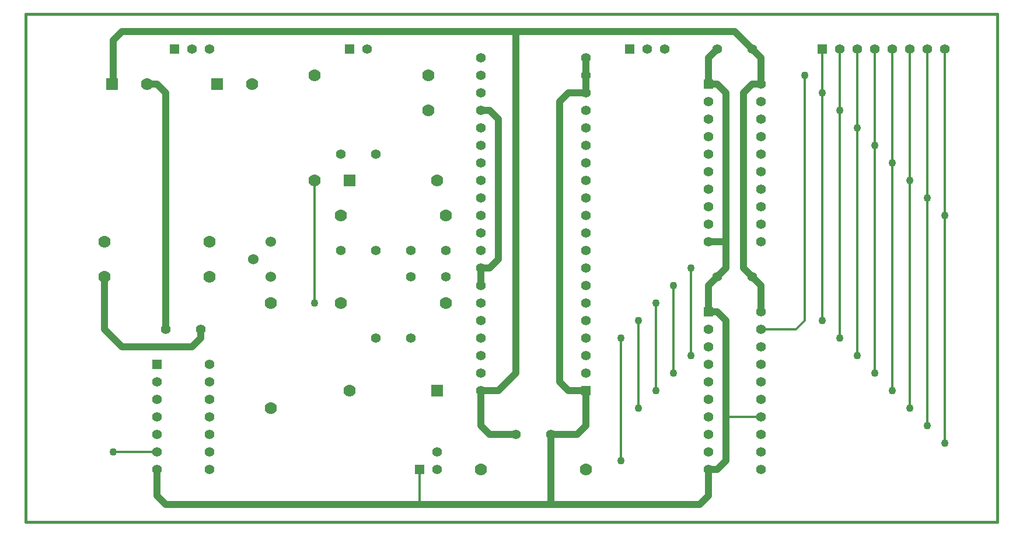
<source format=gbr>
G04 #@! TF.FileFunction,Copper,L1,Top,Signal*
%FSLAX46Y46*%
G04 Gerber Fmt 4.6, Leading zero omitted, Abs format (unit mm)*
G04 Created by KiCad (PCBNEW 4.0.5+dfsg1-4+deb9u1) date Mon Sep 26 08:32:40 2022*
%MOMM*%
%LPD*%
G01*
G04 APERTURE LIST*
%ADD10C,0.100000*%
%ADD11C,0.381000*%
%ADD12C,1.397000*%
%ADD13R,1.778000X1.778000*%
%ADD14C,1.778000*%
%ADD15C,1.524000*%
%ADD16R,1.397000X1.397000*%
%ADD17C,1.099820*%
%ADD18C,0.350520*%
%ADD19C,1.000760*%
G04 APERTURE END LIST*
D10*
D11*
X74930000Y-59690000D02*
X74930000Y-133350000D01*
X215900000Y-59690000D02*
X74930000Y-59690000D01*
X215900000Y-133350000D02*
X215900000Y-59690000D01*
X74930000Y-133350000D02*
X215900000Y-133350000D01*
D12*
X120650000Y-93980000D03*
X125730000Y-93980000D03*
X135890000Y-93980000D03*
X130810000Y-93980000D03*
X130810000Y-106680000D03*
X125730000Y-106680000D03*
X130810000Y-97790000D03*
X135890000Y-97790000D03*
X120650000Y-80010000D03*
X125730000Y-80010000D03*
X180340000Y-64770000D03*
X175260000Y-64770000D03*
X180340000Y-97790000D03*
X175260000Y-97790000D03*
X100330000Y-105410000D03*
X95250000Y-105410000D03*
X146050000Y-120650000D03*
X151130000Y-120650000D03*
D13*
X102743000Y-69850000D03*
D14*
X107823000Y-69850000D03*
D13*
X87503000Y-69850000D03*
D14*
X92583000Y-69850000D03*
X121920000Y-114300000D03*
D13*
X134620000Y-114300000D03*
D14*
X134620000Y-83820000D03*
D13*
X121920000Y-83820000D03*
D14*
X133350000Y-73660000D03*
X133350000Y-68580000D03*
X135890000Y-88900000D03*
X120650000Y-88900000D03*
X140970000Y-125730000D03*
X156210000Y-125730000D03*
X101600000Y-97790000D03*
X86360000Y-97790000D03*
X86360000Y-92710000D03*
X101600000Y-92710000D03*
X110490000Y-101600000D03*
X110490000Y-116840000D03*
X116840000Y-68580000D03*
X116840000Y-83820000D03*
X120650000Y-101600000D03*
X135890000Y-101600000D03*
D15*
X110490000Y-97790000D03*
X107950000Y-95250000D03*
X110490000Y-92710000D03*
D16*
X132080000Y-125730000D03*
D12*
X134620000Y-125730000D03*
X134620000Y-123190000D03*
D16*
X190500000Y-64770000D03*
D12*
X193040000Y-64770000D03*
X195580000Y-64770000D03*
X198120000Y-64770000D03*
X200660000Y-64770000D03*
X203200000Y-64770000D03*
X205740000Y-64770000D03*
X208280000Y-64770000D03*
D16*
X162560000Y-64770000D03*
D12*
X165100000Y-64770000D03*
X167640000Y-64770000D03*
D16*
X121920000Y-64770000D03*
D12*
X124460000Y-64770000D03*
D16*
X96520000Y-64770000D03*
D12*
X99060000Y-64770000D03*
X101600000Y-64770000D03*
D16*
X93980000Y-110490000D03*
D12*
X93980000Y-113030000D03*
X93980000Y-115570000D03*
X93980000Y-118110000D03*
X93980000Y-120650000D03*
X93980000Y-123190000D03*
X93980000Y-125730000D03*
X101600000Y-125730000D03*
X101600000Y-123190000D03*
X101600000Y-120650000D03*
X101600000Y-118110000D03*
X101600000Y-115570000D03*
X101600000Y-113030000D03*
X101600000Y-110490000D03*
D16*
X156210000Y-114300000D03*
D12*
X156210000Y-111760000D03*
X156210000Y-109220000D03*
X156210000Y-106680000D03*
X156210000Y-104140000D03*
X156210000Y-101600000D03*
X156210000Y-99060000D03*
X156210000Y-96520000D03*
X156210000Y-93980000D03*
X156210000Y-91440000D03*
X156210000Y-88900000D03*
X156210000Y-86360000D03*
X156210000Y-83820000D03*
X156210000Y-81280000D03*
X156210000Y-78740000D03*
X156210000Y-76200000D03*
X156210000Y-73660000D03*
X156210000Y-71120000D03*
X156210000Y-68580000D03*
X156210000Y-66040000D03*
X140970000Y-66040000D03*
X140970000Y-68580000D03*
X140970000Y-71120000D03*
X140970000Y-73660000D03*
X140970000Y-76200000D03*
X140970000Y-78740000D03*
X140970000Y-81280000D03*
X140970000Y-83820000D03*
X140970000Y-86360000D03*
X140970000Y-88900000D03*
X140970000Y-91440000D03*
X140970000Y-93980000D03*
X140970000Y-96520000D03*
X140970000Y-99060000D03*
X140970000Y-101600000D03*
X140970000Y-104140000D03*
X140970000Y-106680000D03*
X140970000Y-109220000D03*
X140970000Y-111760000D03*
X140970000Y-114300000D03*
D16*
X173990000Y-102870000D03*
D12*
X173990000Y-105410000D03*
X173990000Y-107950000D03*
X173990000Y-110490000D03*
X173990000Y-113030000D03*
X173990000Y-115570000D03*
X173990000Y-118110000D03*
X173990000Y-120650000D03*
X173990000Y-123190000D03*
X173990000Y-125730000D03*
X181610000Y-125730000D03*
X181610000Y-123190000D03*
X181610000Y-120650000D03*
X181610000Y-118110000D03*
X181610000Y-115570000D03*
X181610000Y-113030000D03*
X181610000Y-110490000D03*
X181610000Y-107950000D03*
X181610000Y-105410000D03*
X181610000Y-102870000D03*
D16*
X173990000Y-69850000D03*
D12*
X173990000Y-72390000D03*
X173990000Y-74930000D03*
X173990000Y-77470000D03*
X173990000Y-80010000D03*
X173990000Y-82550000D03*
X173990000Y-85090000D03*
X173990000Y-87630000D03*
X173990000Y-90170000D03*
X173990000Y-92710000D03*
X181610000Y-92710000D03*
X181610000Y-90170000D03*
X181610000Y-87630000D03*
X181610000Y-85090000D03*
X181610000Y-82550000D03*
X181610000Y-80010000D03*
X181610000Y-77470000D03*
X181610000Y-74930000D03*
X181610000Y-72390000D03*
X181610000Y-69850000D03*
D17*
X187960000Y-68580000D03*
X116840000Y-101600000D03*
X87630000Y-123190000D03*
X161290000Y-106680000D03*
X161290000Y-124460000D03*
X163830000Y-104140000D03*
X163830000Y-116840000D03*
X166370000Y-101600000D03*
X166370000Y-114300000D03*
X168910000Y-111760000D03*
X168910000Y-99060000D03*
X171450000Y-109220000D03*
X171450000Y-96520000D03*
X190500000Y-104140000D03*
X190500000Y-71120000D03*
X193040000Y-106680000D03*
X193040000Y-73660000D03*
X195580000Y-109220000D03*
X195580000Y-76200000D03*
X198120000Y-111760000D03*
X198120000Y-78740000D03*
X200660000Y-114300000D03*
X200660000Y-81280000D03*
X203200000Y-116840000D03*
X203200000Y-83820000D03*
X205740000Y-119380000D03*
X205740000Y-86360000D03*
X208280000Y-121920000D03*
X208280000Y-88900000D03*
D18*
X187960000Y-104140000D02*
X187960000Y-68580000D01*
X186690000Y-105410000D02*
X187960000Y-104140000D01*
X181610000Y-105410000D02*
X186690000Y-105410000D01*
D19*
X176530000Y-124460000D02*
X176530000Y-118110000D01*
D18*
X181610000Y-118110000D02*
X176530000Y-118110000D01*
D19*
X172720000Y-130810000D02*
X173990000Y-129540000D01*
X173990000Y-129540000D02*
X173990000Y-125730000D01*
X151130000Y-130810000D02*
X172720000Y-130810000D01*
X151130000Y-130810000D02*
X151130000Y-120650000D01*
X132080000Y-130810000D02*
X151130000Y-130810000D01*
X95250000Y-71120000D02*
X93980000Y-69850000D01*
X93980000Y-69850000D02*
X92583000Y-69850000D01*
X95250000Y-105410000D02*
X95250000Y-71120000D01*
X132080000Y-130810000D02*
X95250000Y-130810000D01*
X95250000Y-130810000D02*
X93980000Y-129540000D01*
X93980000Y-129540000D02*
X93980000Y-125730000D01*
D18*
X132080000Y-125730000D02*
X132080000Y-130810000D01*
D19*
X140970000Y-96520000D02*
X140970000Y-99060000D01*
X142240000Y-73660000D02*
X143510000Y-74930000D01*
X143510000Y-74930000D02*
X143510000Y-95250000D01*
X143510000Y-95250000D02*
X142240000Y-96520000D01*
X142240000Y-96520000D02*
X140970000Y-96520000D01*
X140970000Y-73660000D02*
X142240000Y-73660000D01*
X156210000Y-119380000D02*
X156210000Y-114300000D01*
X154940000Y-120650000D02*
X156210000Y-119380000D01*
X151130000Y-120650000D02*
X154940000Y-120650000D01*
X156210000Y-71120000D02*
X156210000Y-66040000D01*
X153670000Y-71120000D02*
X156210000Y-71120000D01*
X152400000Y-72390000D02*
X153670000Y-71120000D01*
X152400000Y-113030000D02*
X152400000Y-82550000D01*
X152400000Y-82550000D02*
X152400000Y-72390000D01*
X153670000Y-114300000D02*
X152400000Y-113030000D01*
X156210000Y-114300000D02*
X153670000Y-114300000D01*
X175260000Y-125730000D02*
X176530000Y-124460000D01*
X173990000Y-125730000D02*
X175260000Y-125730000D01*
X173990000Y-92710000D02*
X176530000Y-92710000D01*
X175260000Y-64770000D02*
X173990000Y-66040000D01*
X176530000Y-118110000D02*
X176530000Y-104140000D01*
X176530000Y-104140000D02*
X175260000Y-102870000D01*
X176530000Y-71120000D02*
X175260000Y-69850000D01*
X176530000Y-92710000D02*
X176530000Y-71120000D01*
X176530000Y-96520000D02*
X176530000Y-92710000D01*
X173990000Y-99060000D02*
X176530000Y-96520000D01*
X86360000Y-105410000D02*
X88900000Y-107950000D01*
X88900000Y-107950000D02*
X99060000Y-107950000D01*
X99060000Y-107950000D02*
X100330000Y-106680000D01*
X100330000Y-106680000D02*
X100330000Y-105410000D01*
X86360000Y-97790000D02*
X86360000Y-105410000D01*
X140970000Y-119380000D02*
X142240000Y-120650000D01*
X142240000Y-120650000D02*
X146050000Y-120650000D01*
X140970000Y-114300000D02*
X140970000Y-119380000D01*
X180340000Y-69850000D02*
X179070000Y-71120000D01*
X179070000Y-71120000D02*
X179070000Y-96520000D01*
X179070000Y-96520000D02*
X181610000Y-99060000D01*
X181610000Y-99060000D02*
X181610000Y-102870000D01*
X181610000Y-69850000D02*
X180340000Y-69850000D01*
X181610000Y-66040000D02*
X181610000Y-69850000D01*
X180340000Y-64770000D02*
X181610000Y-66040000D01*
X143510000Y-114300000D02*
X146050000Y-111760000D01*
X146050000Y-111760000D02*
X146050000Y-62230000D01*
X140970000Y-114300000D02*
X143510000Y-114300000D01*
X146050000Y-62230000D02*
X90170000Y-62230000D01*
X177800000Y-62230000D02*
X146050000Y-62230000D01*
X90170000Y-62230000D02*
X88900000Y-62230000D01*
X88900000Y-62230000D02*
X87630000Y-63500000D01*
X87630000Y-63500000D02*
X87630000Y-69723000D01*
X87630000Y-69723000D02*
X87503000Y-69850000D01*
X180340000Y-64770000D02*
X177800000Y-62230000D01*
D18*
X116840000Y-83820000D02*
X116840000Y-101600000D01*
X87630000Y-123190000D02*
X93980000Y-123190000D01*
X161290000Y-106680000D02*
X161290000Y-124460000D01*
X163830000Y-104140000D02*
X163830000Y-116840000D01*
X166370000Y-114300000D02*
X166370000Y-101600000D01*
X168910000Y-99060000D02*
X168910000Y-111760000D01*
X171450000Y-96520000D02*
X171450000Y-109220000D01*
D19*
X175260000Y-69850000D02*
X173990000Y-69850000D01*
X173990000Y-102870000D02*
X173990000Y-99060000D01*
X173990000Y-66040000D02*
X173990000Y-69850000D01*
X175260000Y-102870000D02*
X173990000Y-102870000D01*
D18*
X190500000Y-71120000D02*
X190500000Y-104140000D01*
X190500000Y-71120000D02*
X190500000Y-64770000D01*
X193040000Y-106680000D02*
X193040000Y-73660000D01*
X193040000Y-73660000D02*
X193040000Y-64770000D01*
X195580000Y-76200000D02*
X195580000Y-109220000D01*
X195580000Y-76200000D02*
X195580000Y-64770000D01*
X198120000Y-111760000D02*
X198120000Y-78740000D01*
X198120000Y-64770000D02*
X198120000Y-78740000D01*
X200660000Y-81280000D02*
X200660000Y-114300000D01*
X200660000Y-81280000D02*
X200660000Y-64770000D01*
X203200000Y-116840000D02*
X203200000Y-83820000D01*
X203200000Y-64770000D02*
X203200000Y-67310000D01*
X203200000Y-67310000D02*
X203200000Y-83820000D01*
X203200000Y-66040000D02*
X203200000Y-67310000D01*
X205740000Y-119380000D02*
X205740000Y-86360000D01*
X205740000Y-86360000D02*
X205740000Y-64770000D01*
X208280000Y-88900000D02*
X208280000Y-121920000D01*
X208280000Y-88900000D02*
X208280000Y-64770000D01*
M02*

</source>
